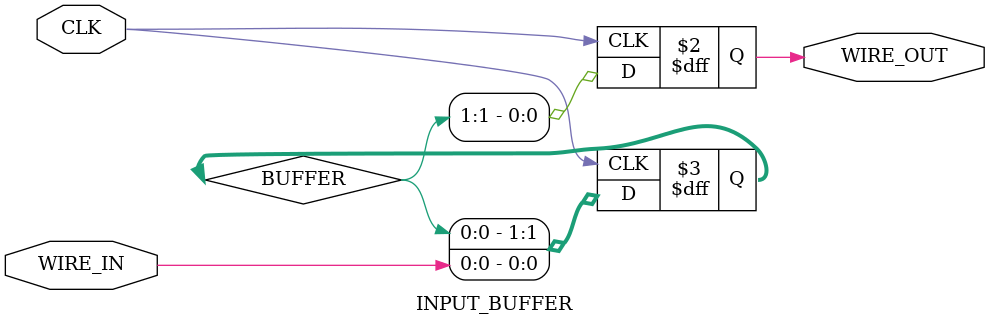
<source format=v>
module INPUT_BUFFER(input wire CLK,
					input wire WIRE_IN,
					output reg WIRE_OUT);

	parameter BUFF_LENGTH = 2;

	reg [BUFF_LENGTH-1:0] BUFFER;

	always @(negedge CLK) begin
		BUFFER <= {BUFFER[BUFF_LENGTH - 2:0], WIRE_IN};
		WIRE_OUT <= BUFFER[BUFF_LENGTH-1];
	end

endmodule
</source>
